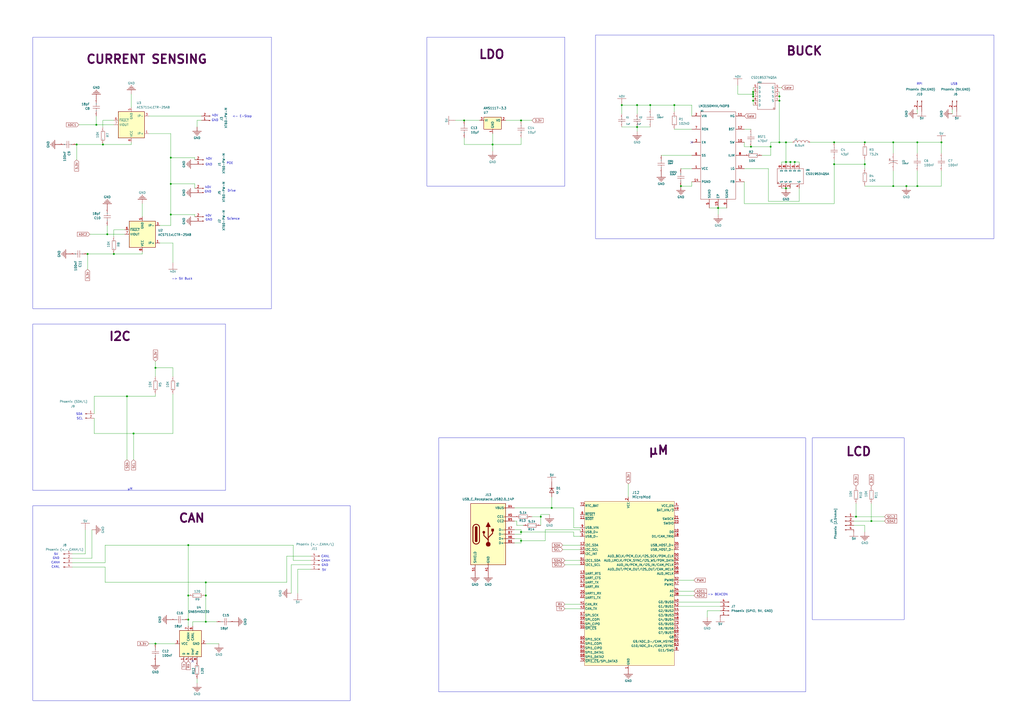
<source format=kicad_sch>
(kicad_sch (version 20231120) (generator "eeschema") (generator_version "8.0")
  (paper "A2")
  (junction (at 313.69 299.72))
  (junction (at 501.65 82.55))
  (junction (at 391.16 60.96))
  (junction (at 452.12 55.88))
  (junction (at 109.22 359.41))
  (junction (at 452.12 82.55))
  (junction (at 416.56 120.65))
  (junction (at 302.26 313.69))
  (junction (at 285.75 83.82))
  (junction (at 501.65 95.25))
  (junction (at 436.88 53.34))
  (junction (at 369.57 73.66))
  (junction (at 436.88 58.42))
  (junction (at 483.87 82.55))
  (junction (at 90.17 373.38))
  (junction (at 455.93 82.55))
  (junction (at 461.01 93.98))
  (junction (at 518.16 107.95))
  (junction (at 518.16 82.55))
  (junction (at 59.69 83.82))
  (junction (at 109.22 345.44))
  (junction (at 360.68 60.96))
  (junction (at 90.17 213.36))
  (junction (at 452.12 58.42))
  (junction (at 302.26 308.61))
  (junction (at 458.47 93.98))
  (junction (at 436.88 54.61))
  (junction (at 320.04 294.64))
  (junction (at 302.26 69.85))
  (junction (at 377.19 60.96))
  (junction (at 44.45 83.82))
  (junction (at 269.24 69.85))
  (junction (at 447.04 85.09))
  (junction (at 505.46 302.26))
  (junction (at 496.57 299.72))
  (junction (at 119.38 345.44))
  (junction (at 66.04 147.32))
  (junction (at 455.93 93.98))
  (junction (at 394.97 107.95))
  (junction (at 73.66 229.87))
  (junction (at 99.06 124.46))
  (junction (at 109.22 316.23))
  (junction (at 99.06 106.68))
  (junction (at 532.13 82.55))
  (junction (at 99.06 91.44))
  (junction (at 483.87 95.25))
  (junction (at 62.23 135.89))
  (junction (at 532.13 107.95))
  (junction (at 50.8 147.32))
  (junction (at 369.57 60.96))
  (junction (at 436.88 55.88))
  (junction (at 546.1 82.55))
  (junction (at 455.93 109.22))
  (junction (at 525.78 107.95))
  (junction (at 77.47 251.46))
  (junction (at 119.38 360.68))
  (junction (at 55.88 72.39))
  (junction (at 119.38 337.82))
  (junction (at 435.61 85.09))
  (no_connect (at 111.76 383.54))
  (no_connect (at 401.32 82.55))
  (wire (pts (xy 55.88 67.31) (xy 55.88 72.39)))
  (wire (pts (xy 113.03 91.44) (xy 99.06 91.44)))
  (wire (pts (xy 111.76 360.68) (xy 111.76 363.22)))
  (wire (pts (xy 60.96 337.82) (xy 60.96 328.93)))
  (wire (pts (xy 92.71 130.81) (xy 99.06 130.81)))
  (wire (pts (xy 302.26 307.34) (xy 302.26 308.61)))
  (wire (pts (xy 532.13 82.55) (xy 532.13 88.9)))
  (wire (pts (xy 298.45 307.34) (xy 302.26 307.34)))
  (wire (pts (xy 518.16 99.06) (xy 518.16 107.95)))
  (wire (pts (xy 427.99 49.53) (xy 427.99 54.61)))
  (wire (pts (xy 54.61 242.57) (xy 54.61 251.46)))
  (wire (pts (xy 436.88 54.61) (xy 427.99 54.61)))
  (wire (pts (xy 332.74 306.07) (xy 336.55 306.07)))
  (wire (pts (xy 316.23 307.34) (xy 336.55 307.34)))
  (wire (pts (xy 505.46 302.26) (xy 513.08 302.26)))
  (wire (pts (xy 455.93 82.55) (xy 455.93 93.98)))
  (wire (pts (xy 76.2 83.82) (xy 76.2 82.55)))
  (wire (pts (xy 285.75 83.82) (xy 302.26 83.82)))
  (wire (pts (xy 113.03 125.73) (xy 113.03 124.46)))
  (wire (pts (xy 302.26 313.69) (xy 302.26 314.96)))
  (wire (pts (xy 90.17 209.55) (xy 90.17 213.36)))
  (wire (pts (xy 99.06 130.81) (xy 99.06 124.46)))
  (wire (pts (xy 518.16 82.55) (xy 532.13 82.55)))
  (wire (pts (xy 436.88 55.88) (xy 436.88 58.42)))
  (wire (pts (xy 332.74 308.61) (xy 332.74 311.15)))
  (wire (pts (xy 92.71 140.97) (xy 100.33 140.97)))
  (wire (pts (xy 82.55 125.73) (xy 82.55 118.11)))
  (wire (pts (xy 66.04 133.35) (xy 72.39 133.35)))
  (wire (pts (xy 532.13 63.5) (xy 532.13 66.04)))
  (wire (pts (xy 496.57 299.72) (xy 495.3 299.72)))
  (wire (pts (xy 326.39 316.23) (xy 336.55 316.23)))
  (wire (pts (xy 483.87 118.11) (xy 431.8 118.11)))
  (wire (pts (xy 452.12 53.34) (xy 452.12 55.88)))
  (wire (pts (xy 119.38 345.44) (xy 119.38 360.68)))
  (wire (pts (xy 41.91 323.85) (xy 53.34 323.85)))
  (wire (pts (xy 308.61 299.72) (xy 313.69 299.72)))
  (wire (pts (xy 109.22 359.41) (xy 109.22 363.22)))
  (wire (pts (xy 285.75 83.82) (xy 285.75 77.47)))
  (wire (pts (xy 113.03 91.44) (xy 113.03 92.71)))
  (wire (pts (xy 369.57 60.96) (xy 377.19 60.96)))
  (wire (pts (xy 391.16 60.96) (xy 391.16 64.77)))
  (wire (pts (xy 501.65 304.8) (xy 501.65 308.61)))
  (wire (pts (xy 113.03 109.22) (xy 113.03 106.68)))
  (wire (pts (xy 518.16 82.55) (xy 518.16 88.9)))
  (wire (pts (xy 82.55 147.32) (xy 82.55 146.05)))
  (wire (pts (xy 518.16 107.95) (xy 501.65 107.95)))
  (wire (pts (xy 41.91 321.31) (xy 49.53 321.31)))
  (wire (pts (xy 302.26 308.61) (xy 332.74 308.61)))
  (wire (pts (xy 532.13 107.95) (xy 546.1 107.95)))
  (wire (pts (xy 119.38 360.68) (xy 111.76 360.68)))
  (wire (pts (xy 463.55 93.98) (xy 461.01 93.98)))
  (wire (pts (xy 452.12 55.88) (xy 452.12 58.42)))
  (wire (pts (xy 455.93 109.22) (xy 458.47 109.22)))
  (wire (pts (xy 483.87 82.55) (xy 469.9 82.55)))
  (wire (pts (xy 180.34 330.2) (xy 172.72 330.2)))
  (wire (pts (xy 168.91 344.17) (xy 168.91 327.66)))
  (wire (pts (xy 50.8 156.21) (xy 50.8 147.32)))
  (wire (pts (xy 53.34 307.34) (xy 53.34 323.85)))
  (wire (pts (xy 60.96 328.93) (xy 41.91 328.93)))
  (wire (pts (xy 496.57 292.1) (xy 496.57 299.72)))
  (wire (pts (xy 402.59 345.44) (xy 393.7 345.44)))
  (wire (pts (xy 302.26 69.85) (xy 308.61 69.85)))
  (wire (pts (xy 495.3 304.8) (xy 501.65 304.8)))
  (wire (pts (xy 518.16 82.55) (xy 501.65 82.55)))
  (wire (pts (xy 54.61 229.87) (xy 73.66 229.87)))
  (wire (pts (xy 316.23 313.69) (xy 316.23 307.34)))
  (wire (pts (xy 394.97 97.8154) (xy 401.32 97.79)))
  (wire (pts (xy 125.73 360.68) (xy 119.38 360.68)))
  (wire (pts (xy 109.22 316.23) (xy 109.22 345.44)))
  (wire (pts (xy 436.88 53.34) (xy 436.88 54.61)))
  (wire (pts (xy 60.96 316.23) (xy 60.96 326.39)))
  (wire (pts (xy 166.37 322.58) (xy 166.37 337.82)))
  (wire (pts (xy 109.22 316.23) (xy 170.18 316.23)))
  (wire (pts (xy 501.65 92.71) (xy 501.65 95.25)))
  (wire (pts (xy 170.18 325.12) (xy 180.34 325.12)))
  (wire (pts (xy 431.8 85.09) (xy 435.61 85.09)))
  (wire (pts (xy 336.55 307.34) (xy 336.55 308.61)))
  (wire (pts (xy 393.7 349.25) (xy 417.83 349.25)))
  (wire (pts (xy 99.06 106.68) (xy 99.06 91.44)))
  (wire (pts (xy 327.66 327.66) (xy 336.55 327.66)))
  (wire (pts (xy 416.56 120.65) (xy 411.48 120.65)))
  (wire (pts (xy 435.61 85.09) (xy 447.04 85.09)))
  (wire (pts (xy 455.93 82.55) (xy 452.12 82.55)))
  (wire (pts (xy 99.06 77.47) (xy 99.06 91.44)))
  (wire (pts (xy 320.04 294.64) (xy 332.74 294.64)))
  (wire (pts (xy 458.47 93.98) (xy 455.93 93.98)))
  (wire (pts (xy 377.19 63.5) (xy 377.19 60.96)))
  (wire (pts (xy 436.88 58.42) (xy 436.88 60.96)))
  (wire (pts (xy 483.87 95.25) (xy 483.87 118.11)))
  (wire (pts (xy 431.8 105.41) (xy 431.8 118.11)))
  (wire (pts (xy 269.24 69.85) (xy 278.13 69.85)))
  (wire (pts (xy 463.55 116.84) (xy 445.77 116.84)))
  (wire (pts (xy 113.03 124.46) (xy 99.06 124.46)))
  (wire (pts (xy 44.45 83.82) (xy 59.69 83.82)))
  (wire (pts (xy 393.7 351.79) (xy 417.83 351.79)))
  (wire (pts (xy 298.45 312.42) (xy 302.26 312.42)))
  (wire (pts (xy 483.87 95.25) (xy 501.65 95.25)))
  (wire (pts (xy 369.57 73.66) (xy 369.57 76.2)))
  (wire (pts (xy 62.23 135.89) (xy 52.07 135.89)))
  (wire (pts (xy 401.32 60.96) (xy 401.32 67.31)))
  (wire (pts (xy 302.26 83.82) (xy 302.26 80.01)))
  (wire (pts (xy 459.74 82.55) (xy 455.93 82.55)))
  (wire (pts (xy 113.03 106.68) (xy 99.06 106.68)))
  (wire (pts (xy 402.59 342.9) (xy 393.7 342.9)))
  (wire (pts (xy 54.61 251.46) (xy 77.47 251.46)))
  (wire (pts (xy 100.33 213.36) (xy 100.33 218.44)))
  (wire (pts (xy 463.55 93.98) (xy 463.55 95.25)))
  (wire (pts (xy 525.78 107.95) (xy 532.13 107.95)))
  (wire (pts (xy 60.96 337.82) (xy 119.38 337.82)))
  (wire (pts (xy 298.45 314.96) (xy 302.26 314.96)))
  (wire (pts (xy 90.17 229.87) (xy 73.66 229.87)))
  (wire (pts (xy 100.33 228.6) (xy 100.33 251.46)))
  (wire (pts (xy 447.04 85.09) (xy 447.04 82.55)))
  (wire (pts (xy 495.3 302.26) (xy 505.46 302.26)))
  (wire (pts (xy 436.88 50.8) (xy 436.88 53.34)))
  (wire (pts (xy 114.3 393.7) (xy 114.3 396.24)))
  (wire (pts (xy 546.1 107.95) (xy 546.1 99.06)))
  (wire (pts (xy 86.36 373.38) (xy 90.17 373.38)))
  (wire (pts (xy 453.39 93.98) (xy 453.39 95.25)))
  (wire (pts (xy 327.66 353.06) (xy 336.55 353.06)))
  (wire (pts (xy 394.97 107.95) (xy 401.32 107.95)))
  (wire (pts (xy 269.24 83.82) (xy 285.75 83.82)))
  (wire (pts (xy 62.23 130.81) (xy 62.23 135.89)))
  (wire (pts (xy 447.04 90.17) (xy 447.04 85.09)))
  (wire (pts (xy 532.13 107.95) (xy 532.13 99.06)))
  (wire (pts (xy 360.68 60.96) (xy 369.57 60.96)))
  (wire (pts (xy 327.66 350.52) (xy 336.55 350.52)))
  (wire (pts (xy 59.69 69.85) (xy 66.04 69.85)))
  (wire (pts (xy 76.2 62.23) (xy 76.2 54.61)))
  (wire (pts (xy 445.77 97.79) (xy 445.77 116.84)))
  (wire (pts (xy 298.45 294.64) (xy 320.04 294.64)))
  (wire (pts (xy 60.96 316.23) (xy 109.22 316.23)))
  (wire (pts (xy 383.5146 90.17) (xy 401.32 90.17)))
  (wire (pts (xy 377.19 60.96) (xy 391.16 60.96)))
  (wire (pts (xy 320.04 288.29) (xy 320.04 294.64)))
  (wire (pts (xy 402.59 336.55) (xy 393.7 336.55)))
  (wire (pts (xy 66.04 72.39) (xy 55.88 72.39)))
  (wire (pts (xy 313.69 304.8) (xy 313.69 299.72)))
  (wire (pts (xy 66.04 147.32) (xy 82.55 147.32)))
  (wire (pts (xy 59.69 83.82) (xy 76.2 83.82)))
  (wire (pts (xy 546.1 82.55) (xy 532.13 82.55)))
  (wire (pts (xy 302.26 313.69) (xy 316.23 313.69)))
  (wire (pts (xy 501.65 95.25) (xy 501.65 97.79)))
  (wire (pts (xy 360.68 60.96) (xy 360.68 66.04)))
  (wire (pts (xy 119.38 337.82) (xy 119.38 345.44)))
  (wire (pts (xy 461.01 93.98) (xy 458.47 93.98)))
  (wire (pts (xy 452.12 58.42) (xy 452.12 82.55)))
  (wire (pts (xy 377.19 73.66) (xy 369.57 73.66)))
  (wire (pts (xy 99.06 124.46) (xy 99.06 106.68)))
  (wire (pts (xy 49.53 307.34) (xy 49.53 321.31)))
  (wire (pts (xy 90.17 213.36) (xy 100.33 213.36)))
  (wire (pts (xy 50.8 147.32) (xy 66.04 147.32)))
  (wire (pts (xy 109.22 345.44) (xy 109.22 359.41)))
  (wire (pts (xy 73.66 229.87) (xy 73.66 266.7)))
  (wire (pts (xy 552.45 63.5) (xy 552.45 66.04)))
  (wire (pts (xy 72.39 135.89) (xy 62.23 135.89)))
  (wire (pts (xy 100.33 251.46) (xy 77.47 251.46)))
  (wire (pts (xy 505.46 292.1) (xy 505.46 302.26)))
  (wire (pts (xy 332.74 294.64) (xy 332.74 306.07)))
  (wire (pts (xy 455.93 93.98) (xy 455.93 95.25)))
  (wire (pts (xy 293.37 69.85) (xy 302.26 69.85)))
  (wire (pts (xy 313.69 299.72) (xy 313.69 298.45)))
  (wire (pts (xy 447.04 82.55) (xy 452.12 82.55)))
  (wire (pts (xy 77.47 251.46) (xy 77.47 266.7)))
  (wire (pts (xy 417.83 354.33) (xy 410.21 354.33)))
  (wire (pts (xy 264.16 69.85) (xy 269.24 69.85)))
  (wire (pts (xy 501.65 82.55) (xy 483.87 82.55)))
  (wire (pts (xy 299.72 304.8) (xy 303.53 304.8)))
  (wire (pts (xy 431.8 85.09) (xy 431.8 82.55)))
  (wire (pts (xy 86.36 67.31) (xy 116.84 67.31)))
  (wire (pts (xy 299.72 302.26) (xy 299.72 304.8)))
  (wire (pts (xy 369.57 66.04) (xy 369.57 60.96)))
  (wire (pts (xy 166.37 322.58) (xy 180.34 322.58)))
  (wire (pts (xy 452.12 50.8) (xy 453.39 50.8)))
  (wire (pts (xy 369.57 73.66) (xy 360.68 73.66)))
  (wire (pts (xy 447.04 90.17) (xy 441.96 90.17)))
  (wire (pts (xy 66.04 137.16) (xy 66.04 133.35)))
  (wire (pts (xy 436.88 54.61) (xy 436.88 55.88)))
  (wire (pts (xy 416.56 120.65) (xy 416.56 124.46)))
  (wire (pts (xy 298.45 309.88) (xy 302.26 309.88)))
  (wire (pts (xy 90.17 213.36) (xy 90.17 218.44)))
  (wire (pts (xy 513.08 299.72) (xy 496.57 299.72)))
  (wire (pts (xy 86.36 77.47) (xy 99.06 77.47)))
  (wire (pts (xy 453.39 109.22) (xy 455.93 109.22)))
  (wire (pts (xy 483.87 92.71) (xy 483.87 95.25)))
  (wire (pts (xy 546.1 82.55) (xy 546.1 88.9)))
  (wire (pts (xy 327.66 325.12) (xy 336.55 325.12)))
  (wire (pts (xy 116.84 69.85) (xy 114.3 69.85)))
  (wire (pts (xy 170.18 316.23) (xy 170.18 325.12)))
  (wire (pts (xy 326.39 318.77) (xy 336.55 318.77)))
  (wire (pts (xy 302.26 308.61) (xy 302.26 309.88)))
  (wire (pts (xy 401.32 74.93) (xy 391.16 74.93)))
  (wire (pts (xy 518.16 107.95) (xy 525.78 107.95)))
  (wire (pts (xy 401.32 60.96) (xy 391.16 60.96)))
  (wire (pts (xy 119.38 337.82) (xy 166.37 337.82)))
  (wire (pts (xy 100.33 140.97) (xy 100.33 152.4)))
  (wire (pts (xy 431.8 74.93) (xy 435.61 74.93)))
  (wire (pts (xy 90.17 373.38) (xy 101.6 373.38)))
  (wire (pts (xy 269.24 80.01) (xy 269.24 83.82)))
  (wire (pts (xy 59.69 73.66) (xy 59.69 69.85)))
  (wire (pts (xy 55.88 72.39) (xy 45.72 72.39)))
  (wire (pts (xy 455.93 93.98) (xy 453.39 93.98)))
  (wire (pts (xy 60.96 326.39) (xy 41.91 326.39)))
  (wire (pts (xy 119.38 373.38) (xy 127 373.38)))
  (wire (pts (xy 410.21 354.33) (xy 410.21 358.14)))
  (wire (pts (xy 416.56 120.65) (xy 421.64 120.65)))
  (wire (pts (xy 458.47 93.98) (xy 458.47 95.25)))
  (wire (pts (xy 445.77 97.79) (xy 431.8 97.79)))
  (wire (pts (xy 313.69 298.45) (xy 318.77 298.45)))
  (wire (pts (xy 364.49 280.67) (xy 364.49 288.29)))
  (wire (pts (xy 401.32 107.95) (xy 401.32 105.41)))
  (wire (pts (xy 463.55 116.84) (xy 463.55 109.22)))
  (wire (pts (xy 298.45 302.26) (xy 299.72 302.26)))
  (wire (pts (xy 332.74 311.15) (xy 336.55 311.15)))
  (wire (pts (xy 461.01 93.98) (xy 461.01 95.25)))
  (wire (pts (xy 285.75 83.82) (xy 285.75 87.63)))
  (wire (pts (xy 54.61 229.87) (xy 54.61 240.03)))
  (wire (pts (xy 302.26 312.42) (xy 302.26 313.69)))
  (wire (pts (xy 44.45 92.71) (xy 44.45 83.82)))
  (wire (pts (xy 180.34 327.66) (xy 168.91 327.66)))
  (wire (pts (xy 114.3 73.66) (xy 114.3 69.85)))
  (wire (pts (xy 172.72 344.17) (xy 172.72 330.2)))
  (wire (pts (xy 90.17 228.6) (xy 90.17 229.87)))
  (rectangle (start 19.05 187.96) (end 130.81 284.48))
  (rectangle (start 345.44 20.32) (end 576.58 138.43))
  (rectangle (start 19.05 293.37) (end 203.2 406.4))
  (rectangle (start 471.17 254) (end 524.51 359.41))
  (rectangle (start 19.05 21.59) (end 157.48 179.07))
  (rectangle (start 247.65 21.59) (end 327.66 107.95))
  (rectangle (start 254.508 254) (end 467.36 401.32))
  (text "GND" (at 120.65 111.252 0) (effects (font (size 1.27 1.27))))
  (text "GND" (at 32.512 323.85 0) (effects (font (size 1.27 1.27))))
  (text "40V" (at 121.158 92.202 0) (effects (font (size 1.27 1.27))))
  (text "I2C" (at 69.596 195.326 0) (effects (font (size 5 5) (bold yes))))
  (text "CANH" (at 188.976 325.374 0) (effects (font (size 1.27 1.27))))
  (text "CURRENT SENSING" (at 85.09 34.544 0) (effects (font (size 5 5) (bold yes))))
  (text "CAN" (at 111.252 300.736 0) (effects (font (size 5 5) (bold yes))))
  (text "5V" (at 187.96 330.708 0) (effects (font (size 1.27 1.27))))
  (text "SCL" (at 46.228 242.824 0) (effects (font (size 1.27 1.27))))
  (text "POE" (at 133.35 94.742 0) (effects (font (size 1.27 1.27))))
  (text "CANL" (at 188.722 322.834 0) (effects (font (size 1.27 1.27))))
  (text "Drive" (at 134.366 110.744 0) (effects (font (size 1.27 1.27))))
  (text "Science" (at 135.382 127 0) (effects (font (size 1.27 1.27))))
  (text "<- E-Stop" (at 140.462 67.564 0) (effects (font (size 1.27 1.27))))
  (text "BUCK" (at 466.598 29.718 0) (effects (font (size 5 5) (bold yes))))
  (text "40V" (at 120.904 125.222 0) (effects (font (size 1.27 1.27))))
  (text " -> 5V Buck" (at 105.156 161.798 0) (effects (font (size 1.27 1.27))))
  (text "SDA" (at 45.974 240.284 0) (effects (font (size 1.27 1.27))))
  (text "GND" (at 121.158 95.504 0) (effects (font (size 1.27 1.27))))
  (text "LDO" (at 285.242 31.75 0) (effects (font (size 5 5) (bold yes))))
  (text "40V" (at 120.65 108.712 0) (effects (font (size 1.27 1.27))))
  (text "-> BEACON" (at 416.306 344.932 0) (effects (font (size 1.27 1.27))))
  (text "GND" (at 188.468 327.914 0) (effects (font (size 1.27 1.27))))
  (text "GND" (at 124.714 69.85 0) (effects (font (size 1.27 1.27))))
  (text "CANL" (at 32.258 328.93 0) (effects (font (size 1.27 1.27))))
  (text "40V" (at 124.714 67.056 0) (effects (font (size 1.27 1.27))))
  (text "LCD" (at 498.094 262.128 0) (effects (font (size 5 5) (bold yes))))
  (text "5V" (at 32.512 321.564 0) (effects (font (size 1.27 1.27))))
  (text "CANH" (at 32.258 326.39 0) (effects (font (size 1.27 1.27))))
  (text "µM" (at 75.438 283.718 0) (effects (font (size 1.27 1.27))))
  (text "USB" (at 553.466 48.768 0) (effects (font (size 1.27 1.27))))
  (text "GND" (at 121.158 127.508 0) (effects (font (size 1.27 1.27))))
  (text "µM" (at 382.016 261.366 0) (effects (font (size 5 5) (bold yes))))
  (text "RPI" (at 533.4 48.768 0) (effects (font (size 1.27 1.27))))
  (global_label "PWM" (shape input) (at 402.59 336.55 0) (property "Intersheetrefs" "${INTERSHEET_REFS}" (effects (hide yes))))
  (global_label "RX" (shape input) (at 327.66 350.52 180) (property "Intersheetrefs" "${INTERSHEET_REFS}" (effects (hide yes))))
  (global_label "3.3V" (shape input) (at 50.8 156.21 270) (property "Intersheetrefs" "${INTERSHEET_REFS}" (effects (hide yes))))
  (global_label "3.3V" (shape input) (at 496.57 281.94 90) (property "Intersheetrefs" "${INTERSHEET_REFS}" (effects (hide yes))))
  (global_label "SDA2" (shape input) (at 327.66 325.12 180) (property "Intersheetrefs" "${INTERSHEET_REFS}" (effects (hide yes))))
  (global_label "ADC2" (shape input) (at 52.07 135.89 180) (property "Intersheetrefs" "${INTERSHEET_REFS}" (effects (hide yes))))
  (global_label "SCL2" (shape input) (at 513.08 299.72 0) (property "Intersheetrefs" "${INTERSHEET_REFS}" (effects (hide yes))))
  (global_label "3.3V" (shape input) (at 86.36 373.38 180) (property "Intersheetrefs" "${INTERSHEET_REFS}" (effects (hide yes))))
  (global_label "SCL" (shape input) (at 77.47 266.7 270) (property "Intersheetrefs" "${INTERSHEET_REFS}" (effects (hide yes))))
  (global_label "Gate" (shape input) (at 431.8 67.31 0) (property "Intersheetrefs" "${INTERSHEET_REFS}" (effects (hide yes))))
  (global_label "3.3V" (shape input) (at 44.45 92.71 270) (property "Intersheetrefs" "${INTERSHEET_REFS}" (effects (hide yes))))
  (global_label "SCL" (shape input) (at 326.39 318.77 180) (property "Intersheetrefs" "${INTERSHEET_REFS}" (effects (hide yes))))
  (global_label "3.3V" (shape input) (at 308.61 69.85 0) (property "Intersheetrefs" "${INTERSHEET_REFS}" (effects (hide yes))))
  (global_label "ADC2" (shape input) (at 402.59 345.44 0) (property "Intersheetrefs" "${INTERSHEET_REFS}" (effects (hide yes))))
  (global_label "ADC1" (shape input) (at 402.59 342.9 0) (property "Intersheetrefs" "${INTERSHEET_REFS}" (effects (hide yes))))
  (global_label "RX" (shape input) (at 109.22 383.54 270) (property "Intersheetrefs" "${INTERSHEET_REFS}" (effects (hide yes))))
  (global_label "SDA2" (shape input) (at 513.08 302.26 0) (property "Intersheetrefs" "${INTERSHEET_REFS}" (effects (hide yes))))
  (global_label "TX" (shape input) (at 327.66 353.06 180) (property "Intersheetrefs" "${INTERSHEET_REFS}" (effects (hide yes))))
  (global_label "ADC1" (shape input) (at 45.72 72.39 180) (property "Intersheetrefs" "${INTERSHEET_REFS}" (effects (hide yes))))
  (global_label "3.3V" (shape input) (at 505.46 281.94 90) (property "Intersheetrefs" "${INTERSHEET_REFS}" (effects (hide yes))))
  (global_label "3.3V" (shape input) (at 364.49 280.67 90) (property "Intersheetrefs" "${INTERSHEET_REFS}" (effects (hide yes))))
  (global_label "TX" (shape input) (at 106.68 383.54 270) (property "Intersheetrefs" "${INTERSHEET_REFS}" (effects (hide yes))))
  (global_label "SCL2" (shape input) (at 327.66 327.66 180) (property "Intersheetrefs" "${INTERSHEET_REFS}" (effects (hide yes))))
  (global_label "SDA" (shape input) (at 73.66 266.7 270) (property "Intersheetrefs" "${INTERSHEET_REFS}" (effects (hide yes))))
  (global_label "Gate" (shape input) (at 453.39 50.8 0) (property "Intersheetrefs" "${INTERSHEET_REFS}" (effects (hide yes))))
  (global_label "3.3V" (shape input) (at 90.17 209.55 90) (property "Intersheetrefs" "${INTERSHEET_REFS}" (effects (hide yes))))
  (global_label "SDA" (shape input) (at 326.39 316.23 180) (property "Intersheetrefs" "${INTERSHEET_REFS}" (effects (hide yes))))
  (symbol (lib_name "Power-VCC_1") (lib_id "finalhand-easyedapro:Power-VCC") (at 320.04 280.67 0) (unit 1) (on_board no)
    (property "Reference" "#PWR040" (effects (hide yes)))
    (property "Value" "5V" (at 320.04 275.59 0))
    (property "Footprint" "finalhand-easyedapro:" (effects (hide yes)))
    (property "Description" "Power symbol creates a global label with name 'VCC'" (effects (hide yes)))
  )
  (symbol (lib_id "finalhand-easyedapro:SRR1208-6R5ML") (at 464.82 82.55 0) (unit 1) (on_board no)
    (property "Reference" "L1" (at 461.01 81.28 0) (effects (font (size 0.8382 0.8382)) (justify left bottom)))
    (property "Value" "6.5uH" (at 461.01 85.09 0) (effects (justify left bottom)))
    (property "Footprint" "finalhand-easyedapro:IND-SMD_L12.7-W12.7" (effects (hide yes)))
  )
  (symbol (lib_id "finalhand-easyedapro:CSD19534Q5A") (at 455.93 102.87 90) (unit 1) (on_board no)
    (property "Reference" "LS1" (at 467.36 99.06 90) (effects (font (size 0.8382 0.8382)) (justify right top)))
    (property "Value" "CSD19534Q5A" (at 467.36 101.6 90) (effects (justify right top)))
    (property "Footprint" "finalhand-easyedapro:POWERVDFN-8_L6.0-W5.0-P1.27-BL" (effects (hide yes)))
  )
  (symbol (lib_id "finalhand-easyedapro:Res") (at 59.69 78.74 270) (unit 1)
    (property "Reference" "R7" (at 61.722 76.962 0) (effects (justify left bottom)))
    (property "Value" "10K" (at 55.88 76.2 0) (effects (justify left bottom)))
    (property "Footprint" "Resistor_SMD:R_0603_1608Metric" (effects (hide yes)))
  )
  (symbol (lib_id "finalhand-easyedapro:CAP") (at 435.61 80.01 90) (unit 1) (on_board no)
    (property "Reference" "BST1" (at 439.42 80.01 90) (effects (justify right top)))
    (property "Value" "470nF" (at 439.42 82.55 90) (effects (justify right top)))
    (property "Footprint" "finalhand-easyedapro:C0402" (effects (hide yes)))
  )
  (symbol (lib_id "Sensor_Current:ACS711xLCTR-25AB") (at 76.2 72.39 180) (unit 1)
    (property "Reference" "U3" (at 79.2165 59.69 0) (effects (justify right)))
    (property "Value" "ACS711xLCTR-25AB" (at 79.2165 62.23 0) (effects (justify right)))
    (property "Footprint" "Package_SO:SOIC-8_3.9x4.9mm_P1.27mm" (effects (hide yes)))
    (property "Datasheet" "http://www.allegromicro.com/~/Media/Files/Datasheets/ACS711-Datasheet.ashx" (effects (hide yes)))
    (property "Description" "±25A, Bidirectional, Hall-Effect Current Sensor, +3.3V supply, 55mV/A, SOIC-8" (effects (hide yes)))
  )
  (symbol (lib_id "finalhand-easyedapro:GRM21BR71A225KA01L") (at 394.97 102.87 90) (unit 1) (on_board no)
    (property "Reference" "CVCC1" (at 388.62 100.33 90) (effects (font (size 0.8382 0.8382)) (justify right top)))
    (property "Value" "2.2uF" (at 388.62 101.6 90) (effects (font (size 0.8382 0.8382)) (justify right top)))
    (property "Footprint" "finalhand-easyedapro:C0805" (effects (hide yes)))
  )
  (symbol (lib_id "finalhand-easyedapro:Res") (at 496.57 287.02 270) (unit 1)
    (property "Reference" "R10" (at 498.602 285.242 0) (effects (justify left bottom)))
    (property "Value" "10K" (at 492.76 284.48 0) (effects (justify left bottom)))
    (property "Footprint" "Resistor_SMD:R_0603_1608Metric" (effects (hide yes)))
  )
  (symbol (lib_id "finalhand-easyedapro:CAP") (at 104.14 359.41 180) (unit 1)
    (property "Reference" "C16" (at 102.362 356.362 0) (effects (justify right top)))
    (property "Value" "18pf" (at 101.092 363.982 0) (effects (justify right top)))
    (property "Footprint" "Capacitor_SMD:C_0603_1608Metric" (effects (hide yes)))
  )
  (symbol (lib_id "finalhand-easyedapro:Ground-GND") (at 410.21 358.14 0) (unit 1)
    (property "Reference" "#PWR020" (effects (hide yes)))
    (property "Value" "GND" (at 410.21 364.49 0))
    (property "Footprint" "finalhand-easyedapro:" (effects (hide yes)))
    (property "Description" "Power symbol creates a global label with name 'GND'" (effects (hide yes)))
  )
  (symbol (lib_id "finalhand-easyedapro:Ground-GND") (at 90.17 383.54 0) (unit 1)
    (property "Reference" "#PWR013" (effects (hide yes)))
    (property "Value" "GND" (at 90.17 389.89 0))
    (property "Footprint" "finalhand-easyedapro:" (effects (hide yes)))
    (property "Description" "Power symbol creates a global label with name 'GND'" (effects (hide yes)))
  )
  (symbol (lib_id "finalhand-easyedapro:CAP") (at 45.72 147.32 0) (unit 1)
    (property "Reference" "C11" (at 45.72 151.13 90) (effects (justify right top)))
    (property "Value" "100nF" (at 43.18 151.13 90) (effects (justify right top)))
    (property "Footprint" "finalhand-easyedapro:C0402" (effects (hide yes)))
  )
  (symbol (lib_id "finalhand-easyedapro:Ground-GND") (at 53.34 307.34 90) (unit 1)
    (property "Reference" "#PWR032" (effects (hide yes)))
    (property "Value" "GND" (at 59.69 307.34 0))
    (property "Footprint" "finalhand-easyedapro:" (effects (hide yes)))
    (property "Description" "Power symbol creates a global label with name 'GND'" (effects (hide yes)))
  )
  (symbol (lib_id "finalhand-easyedapro:Res") (at 90.17 223.52 270) (unit 1)
    (property "Reference" "R5" (at 92.202 221.742 0) (effects (justify left bottom)))
    (property "Value" "10K" (at 86.36 220.98 0) (effects (justify left bottom)))
    (property "Footprint" "Resistor_SMD:R_0603_1608Metric" (effects (hide yes)))
  )
  (symbol (lib_id "finalhand-easyedapro:Ground-GND") (at 34.29 83.82 270) (unit 1)
    (property "Reference" "#PWR014" (effects (hide yes)))
    (property "Value" "GND" (at 27.94 83.82 0))
    (property "Footprint" "finalhand-easyedapro:" (effects (hide yes)))
    (property "Description" "Power symbol creates a global label with name 'GND'" (effects (hide yes)))
  )
  (symbol (lib_name "Power-VCC_1") (lib_id "finalhand-easyedapro:Power-VCC") (at 49.53 307.34 0) (unit 1)
    (property "Reference" "#PWR033" (effects (hide yes)))
    (property "Value" "5V" (at 49.53 302.26 0))
    (property "Footprint" "finalhand-easyedapro:" (effects (hide yes)))
    (property "Description" "Power symbol creates a global label with name 'VCC'" (effects (hide yes)))
  )
  (symbol (lib_id "finalhand-easyedapro:Ground-GND") (at 532.13 66.04 270) (unit 1)
    (property "Reference" "#PWR042" (effects (hide yes)))
    (property "Value" "GND" (at 525.78 66.04 0))
    (property "Footprint" "finalhand-easyedapro:" (effects (hide yes)))
    (property "Description" "Power symbol creates a global label with name 'GND'" (effects (hide yes)))
  )
  (symbol (lib_id "finalhand-easyedapro:Ground-GND") (at 113.03 128.27 270) (unit 1)
    (property "Reference" "#PWR038" (effects (hide yes)))
    (property "Value" "GND" (at 106.68 128.27 0))
    (property "Footprint" "finalhand-easyedapro:" (effects (hide yes)))
    (property "Description" "Power symbol creates a global label with name 'GND'" (effects (hide yes)))
  )
  (symbol (lib_id "Regulator_Linear:AMS1117-3.3") (at 285.75 69.85 0) (unit 1)
    (property "Reference" "U7" (at 280.416 65.278 0) (effects (justify left)))
    (property "Value" "AMS1117-3.3" (at 280.416 62.738 0) (effects (justify left)))
    (property "Footprint" "Package_TO_SOT_SMD:SOT-223-3_TabPin2" (effects (hide yes)))
    (property "Datasheet" "http://www.advanced-monolithic.com/pdf/ds1117.pdf" (effects (hide yes)))
    (property "Description" "1A Low Dropout regulator, positive, 3.3V fixed output, SOT-223" (effects (hide yes)))
  )
  (symbol (lib_id "finalhand-easyedapro:Res") (at 501.65 87.63 90) (unit 1) (on_board no)
    (property "Reference" "R3" (at 504.19 87.63 90) (effects (justify right top)))
    (property "Value" "73.2k" (at 504.19 90.17 90) (effects (justify right top)))
    (property "Footprint" "finalhand-easyedapro:R0402" (effects (hide yes)))
  )
  (symbol (lib_id "finalhand-easyedapro:Res") (at 100.33 223.52 270) (unit 1)
    (property "Reference" "R6" (at 102.362 221.742 0) (effects (justify left bottom)))
    (property "Value" "10K" (at 96.52 220.98 0) (effects (justify left bottom)))
    (property "Footprint" "Resistor_SMD:R_0603_1608Metric" (effects (hide yes)))
  )
  (symbol (lib_id "finalhand-easyedapro:GRM188R72A104KA35D") (at 377.19 68.58 90) (unit 1) (on_board no)
    (property "Reference" "C3" (at 381 67.31 90) (effects (font (size 0.8382 0.8382)) (justify right top)))
    (property "Value" "100nF" (at 381 68.58 90) (effects (font (size 0.8382 0.8382)) (justify right top)))
    (property "Footprint" "finalhand-easyedapro:C0603" (effects (hide yes)))
  )
  (symbol (lib_id "finalhand-easyedapro:CAP") (at 302.26 74.93 90) (unit 1)
    (property "Reference" "C14" (at 306.07 74.93 90) (effects (justify right top)))
    (property "Value" "10µF" (at 306.07 77.47 90) (effects (justify right top)))
    (property "Footprint" "Capacitor_SMD:C_0603_1608Metric" (effects (hide yes)))
  )
  (symbol (lib_id "Sensor_Current:ACS711xLCTR-25AB") (at 82.55 135.89 180) (unit 1)
    (property "Reference" "U2" (at 91.694 133.604 0) (effects (justify right)))
    (property "Value" "ACS711xLCTR-25AB" (at 91.694 136.144 0) (effects (justify right)))
    (property "Footprint" "Package_SO:SOIC-8_3.9x4.9mm_P1.27mm" (effects (hide yes)))
    (property "Datasheet" "http://www.allegromicro.com/~/Media/Files/Datasheets/ACS711-Datasheet.ashx" (effects (hide yes)))
    (property "Description" "±25A, Bidirectional, Hall-Effect Current Sensor, +3.3V supply, 55mV/A, SOIC-8" (effects (hide yes)))
  )
  (symbol (lib_id "Connector:Conn_01x02_Pin") (at 121.92 69.85 180) (unit 1)
    (property "Reference" "J3" (at 128.524 70.104 90) (effects (justify right)))
    (property "Value" "XT60-PW-M" (at 131.064 74.422 90) (effects (justify right)))
    (property "Footprint" "Connector_AMASS:AMASS_XT60PW-M_1x02_P7.20mm_Horizontal" (effects (hide yes)))
    (property "Description" "Generic connector, single row, 01x02, script generated" (effects (hide yes)))
  )
  (symbol (lib_id "finalhand-easyedapro:Res") (at 308.61 304.8 180) (unit 1)
    (property "Reference" "R14" (at 310.134 306.324 0) (effects (justify left bottom)))
    (property "Value" "5.1k" (at 310.642 301.752 0) (effects (justify left bottom)))
    (property "Footprint" "Resistor_SMD:R_0603_1608Metric" (effects (hide yes)))
  )
  (symbol (lib_id "finalhand-easyedapro:Res") (at 114.3 345.44 180) (unit 1)
    (property "Reference" "R9" (at 115.824 346.964 0) (effects (justify left bottom)))
    (property "Value" "120" (at 116.332 342.392 0) (effects (justify left bottom)))
    (property "Footprint" "Resistor_SMD:R_0603_1608Metric" (effects (hide yes)))
  )
  (symbol (lib_id "finalhand-easyedapro:Power-VCC") (at 360.68 60.96 0) (unit 1) (on_board no)
    (property "Reference" "#PWR01" (effects (hide yes)))
    (property "Value" "40V" (at 360.68 55.88 0))
    (property "Footprint" "finalhand-easyedapro:" (effects (hide yes)))
    (property "Description" "Power symbol creates a global label with name 'VCC'" (effects (hide yes)))
  )
  (symbol (lib_id "finalhand-easyedapro:Ground-GND") (at 114.3 396.24 0) (unit 1)
    (property "Reference" "#PWR026" (effects (hide yes)))
    (property "Value" "GND" (at 114.3 402.59 0))
    (property "Footprint" "finalhand-easyedapro:" (effects (hide yes)))
    (property "Description" "Power symbol creates a global label with name 'GND'" (effects (hide yes)))
  )
  (symbol (lib_id "Connector:Conn_01x02_Pin") (at 49.53 240.03 0) (unit 1)
    (property "Reference" "J9" (at 43.434 235.712 0) (effects (justify right)))
    (property "Value" "Phoenix (SDA/L)" (at 50.8 232.918 0) (effects (justify right)))
    (property "Footprint" "Connector_Phoenix_MC:PhoenixContact_MC_1,5_2-G-3.5_1x02_P3.50mm_Horizontal" (effects (hide yes)))
    (property "Description" "Generic connector, single row, 01x02, script generated" (effects (hide yes)))
  )
  (symbol (lib_id "finalhand-easyedapro:Res") (at 505.46 287.02 270) (unit 1)
    (property "Reference" "R11" (at 507.492 285.242 0) (effects (justify left bottom)))
    (property "Value" "10K" (at 501.65 284.48 0) (effects (justify left bottom)))
    (property "Footprint" "Resistor_SMD:R_0603_1608Metric" (effects (hide yes)))
  )
  (symbol (lib_id "Connector:Conn_01x04_Pin") (at 185.42 327.66 180) (unit 1)
    (property "Reference" "J11" (at 182.372 318.262 0))
    (property "Value" "Phoenix (+,-,CANH/L)" (at 182.753 315.722 0))
    (property "Footprint" "Connector_Phoenix_MC:PhoenixContact_MC_1,5_4-G-3.5_1x04_P3.50mm_Horizontal" (effects (hide yes)))
    (property "Description" "Generic connector, single row, 01x04, script generated" (effects (hide yes)))
  )
  (symbol (lib_name "Power-VCC_1") (lib_id "finalhand-easyedapro:Power-VCC") (at 534.67 63.5 180) (unit 1)
    (property "Reference" "#PWR041" (effects (hide yes)))
    (property "Value" "5V" (at 534.67 68.58 0))
    (property "Footprint" "finalhand-easyedapro:" (effects (hide yes)))
    (property "Description" "Power symbol creates a global label with name 'VCC'" (effects (hide yes)))
  )
  (symbol (lib_id "finalhand-easyedapro:CAP") (at 483.87 87.63 90) (unit 1) (on_board no)
    (property "Reference" "C4" (at 487.68 87.63 90) (effects (justify right top)))
    (property "Value" "43pF" (at 487.68 90.17 90) (effects (justify right top)))
    (property "Footprint" "finalhand-easyedapro:C0402" (effects (hide yes)))
  )
  (symbol (lib_id "Connector:USB_C_Receptacle_USB2.0_14P") (at 283.21 309.88 0) (unit 1)
    (property "Reference" "J13" (at 283.21 287.02 0))
    (property "Value" "USB_C_Receptacle_USB2.0_14P" (at 283.21 289.56 0))
    (property "Footprint" "Connector_USB:USB_C_Receptacle_HRO_TYPE-C-31-M-12" (effects (hide yes)))
    (property "Datasheet" "https://www.usb.org/sites/default/files/documents/usb_type-c.zip" (effects (hide yes)))
    (property "Description" "USB 2.0-only 14P Type-C Receptacle connector" (effects (hide yes)))
  )
  (symbol (lib_name "Power-VCC_1") (lib_id "finalhand-easyedapro:Power-VCC") (at 264.16 69.85 90) (unit 1)
    (property "Reference" "#PWR027" (effects (hide yes)))
    (property "Value" "5V" (at 259.08 69.85 0))
    (property "Footprint" "finalhand-easyedapro:" (effects (hide yes)))
    (property "Description" "Power symbol creates a global label with name 'VCC'" (effects (hide yes)))
  )
  (symbol (lib_id "finalhand-easyedapro:CSD18537NQ5A") (at 444.5 55.88 180) (unit 1) (on_board no)
    (property "Reference" "HS1" (at 439.42 48.26 0) (effects (font (size 0.8382 0.8382)) (justify right top)))
    (property "Value" "CSD18537NQ5A" (at 435.61 45.72 0) (effects (justify right top)))
    (property "Footprint" "finalhand-easyedapro:DFN-8_L5.9-W5.2-P1.27-LS6.2-BL" (effects (hide yes)))
  )
  (symbol (lib_id "finalhand-easyedapro:Ground-GND") (at 40.64 147.32 270) (unit 1)
    (property "Reference" "#PWR028" (effects (hide yes)))
    (property "Value" "GND" (at 34.29 147.32 0))
    (property "Footprint" "finalhand-easyedapro:" (effects (hide yes)))
    (property "Description" "Power symbol creates a global label with name 'GND'" (effects (hide yes)))
  )
  (symbol (lib_id "finalhand-easyedapro:Ground-GND") (at 113.03 95.25 270) (unit 1)
    (property "Reference" "#PWR029" (effects (hide yes)))
    (property "Value" "GND" (at 106.68 95.25 0))
    (property "Footprint" "finalhand-easyedapro:" (effects (hide yes)))
    (property "Description" "Power symbol creates a global label with name 'GND'" (effects (hide yes)))
  )
  (symbol (lib_id "finalhand-easyedapro:Ground-GND") (at 416.56 124.46 0) (unit 1) (on_board no)
    (property "Reference" "#PWR05" (effects (hide yes)))
    (property "Value" "GND" (at 416.56 130.81 0))
    (property "Footprint" "finalhand-easyedapro:" (effects (hide yes)))
    (property "Description" "Power symbol creates a global label with name 'GND'" (effects (hide yes)))
  )
  (symbol (lib_id "finalhand-easyedapro:GRM31CR72A105KA01L") (at 369.57 69.85 90) (unit 1) (on_board no)
    (property "Reference" "C2" (at 370.84 68.58 90) (effects (font (size 0.8382 0.8382)) (justify right top)))
    (property "Value" "1uF" (at 369.57 72.39 90) (effects (font (size 0.8382 0.8382)) (justify right top)))
    (property "Footprint" "finalhand-easyedapro:C1206" (effects (hide yes)))
  )
  (symbol (lib_id "finalhand-easyedapro:Res") (at 436.88 90.17 0) (unit 1) (on_board no)
    (property "Reference" "R2" (at 434.34 88.9 0) (effects (justify left bottom)))
    (property "Value" "10K" (at 434.34 93.98 0) (effects (justify left bottom)))
    (property "Footprint" "finalhand-easyedapro:R0402" (effects (hide yes)))
  )
  (symbol (lib_id "finalhand-easyedapro:CAP") (at 546.1 93.98 90) (unit 1) (on_board no)
    (property "Reference" "C7" (at 549.91 93.98 90) (effects (justify right top)))
    (property "Value" "100nF" (at 549.91 96.52 90) (effects (justify right top)))
    (property "Footprint" "finalhand-easyedapro:C0402" (effects (hide yes)))
  )
  (symbol (lib_id "finalhand-easyedapro:CAP") (at 130.81 360.68 180) (unit 1)
    (property "Reference" "C15" (at 129.032 357.632 0) (effects (justify right top)))
    (property "Value" "18pf" (at 127.762 365.252 0) (effects (justify right top)))
    (property "Footprint" "Capacitor_SMD:C_0603_1608Metric" (effects (hide yes)))
  )
  (symbol (lib_id "Connector:Conn_01x02_Pin") (at 534.67 58.42 270) (unit 1)
    (property "Reference" "J10" (at 535.178 54.61 90) (effects (justify right)))
    (property "Value" "Phoenix (5V,GND)" (at 542.544 51.816 90) (effects (justify right)))
    (property "Footprint" "Connector_Phoenix_MC:PhoenixContact_MC_1,5_2-G-3.5_1x02_P3.50mm_Horizontal" (effects (hide yes)))
    (property "Description" "Generic connector, single row, 01x02, script generated" (effects (hide yes)))
  )
  (symbol (lib_id "finalhand-easyedapro:LM3150MHX") (at 416.56 82.55 0) (unit 1) (on_board no)
    (property "Reference" "U1" (at 406.4 64.77 0) (effects (font (size 0.8382 0.8382)) (justify left bottom)))
    (property "Value" "LM3150MHX/NOPB" (at 405.13 62.23 0) (effects (justify left bottom)))
    (property "Footprint" "finalhand-easyedapro:HTSSOP-14_L5.0-W4.4-P0.65-LS6.4-BL-EP" (effects (hide yes)))
  )
  (symbol (lib_id "finalhand-easyedapro:Res") (at 303.53 299.72 180) (unit 1)
    (property "Reference" "R13" (at 305.054 301.244 0) (effects (justify left bottom)))
    (property "Value" "5.1k" (at 305.562 296.672 0) (effects (justify left bottom)))
    (property "Footprint" "Resistor_SMD:R_0603_1608Metric" (effects (hide yes)))
  )
  (symbol (lib_id "finalhand-easyedapro:Ground-GND") (at 285.75 87.63 0) (unit 1)
    (property "Reference" "#PWR015" (effects (hide yes)))
    (property "Value" "GND" (at 285.75 93.98 0))
    (property "Footprint" "finalhand-easyedapro:" (effects (hide yes)))
    (property "Description" "Power symbol creates a global label with name 'GND'" (effects (hide yes)))
  )
  (symbol (lib_id "finalhand-easyedapro:CAP") (at 269.24 74.93 90) (unit 1)
    (property "Reference" "C13" (at 273.05 74.93 90) (effects (justify right top)))
    (property "Value" "10µF" (at 273.05 77.47 90) (effects (justify right top)))
    (property "Footprint" "Capacitor_SMD:C_0603_1608Metric" (effects (hide yes)))
  )
  (symbol (lib_id "finalhand-easyedapro:Ground-GND") (at 76.2 54.61 180) (unit 1)
    (property "Reference" "#PWR016" (effects (hide yes)))
    (property "Value" "GND" (at 76.2 48.26 0))
    (property "Footprint" "finalhand-easyedapro:" (effects (hide yes)))
    (property "Description" "Power symbol creates a global label with name 'GND'" (effects (hide yes)))
  )
  (symbol (lib_id "finalhand-easyedapro:Ground-GND") (at 383.54 100.33 0) (unit 1) (on_board no)
    (property "Reference" "#PWR03" (effects (hide yes)))
    (property "Value" "GND" (at 383.54 106.68 0))
    (property "Footprint" "finalhand-easyedapro:" (effects (hide yes)))
    (property "Description" "Power symbol creates a global label with name 'GND'" (effects (hide yes)))
  )
  (symbol (lib_id "Connector:Conn_01x02_Pin") (at 118.11 95.25 180) (unit 1)
    (property "Reference" "J1" (at 127.254 96.52 90) (effects (justify right)))
    (property "Value" "XT60-PW-M" (at 129.794 100.838 90) (effects (justify right)))
    (property "Footprint" "Connector_AMASS:AMASS_XT60PW-M_1x02_P7.20mm_Horizontal" (effects (hide yes)))
    (property "Description" "Generic connector, single row, 01x02, script generated" (effects (hide yes)))
  )
  (symbol (lib_name "Power-VCC_1") (lib_id "finalhand-easyedapro:Power-VCC") (at 554.99 63.5 180) (unit 1)
    (property "Reference" "#PWR044" (effects (hide yes)))
    (property "Value" "5V" (at 554.99 68.58 0))
    (property "Footprint" "finalhand-easyedapro:" (effects (hide yes)))
    (property "Description" "Power symbol creates a global label with name 'VCC'" (effects (hide yes)))
  )
  (symbol (lib_id "Connector:Conn_01x04_Pin") (at 36.83 323.85 0) (unit 1)
    (property "Reference" "J8" (at 37.465 316.23 0))
    (property "Value" "Phoenix (+,-,CANH/L)" (at 37.465 318.77 0))
    (property "Footprint" "Connector_Phoenix_MC:PhoenixContact_MC_1,5_4-G-3.5_1x04_P3.50mm_Horizontal" (effects (hide yes)))
    (property "Description" "Generic connector, single row, 01x04, script generated" (effects (hide yes)))
  )
  (symbol (lib_id "finalhand-easyedapro:Ground-GND") (at 275.59 332.74 0) (unit 1)
    (property "Reference" "#PWR035" (effects (hide yes)))
    (property "Value" "GND" (at 275.59 339.09 0))
    (property "Footprint" "finalhand-easyedapro:" (effects (hide yes)))
    (property "Description" "Power symbol creates a global label with name 'GND'" (effects (hide yes)))
  )
  (symbol (lib_id "Connector:Conn_01x04_Pin") (at 490.22 302.26 0) (unit 1)
    (property "Reference" "J4" (at 482.346 302.26 90))
    (property "Value" "Phoenix [2.54mm]" (at 484.632 303.784 90))
    (property "Footprint" "TerminalBlock_Phoenix:TerminalBlock_Phoenix_MPT-0,5-4-2.54_1x04_P2.54mm_Horizontal" (effects (hide yes)))
    (property "Description" "Generic connector, single row, 01x04, script generated" (effects (hide yes)))
  )
  (symbol (lib_id "finalhand-easyedapro:Power-VCC") (at 100.33 152.4 180) (unit 1)
    (property "Reference" "#PWR011" (effects (hide yes)))
    (property "Value" "40V" (at 100.33 157.48 0))
    (property "Footprint" "finalhand-easyedapro:" (effects (hide yes)))
    (property "Description" "Power symbol creates a global label with name 'VCC'" (effects (hide yes)))
  )
  (symbol (lib_id "Connector:Conn_01x04_Pin") (at 422.91 354.33 180) (unit 1)
    (property "Reference" "J7" (at 424.18 351.7899 0) (effects (justify right)))
    (property "Value" "Phoenix (GPIO, 5V, GND)" (at 424.18 354.3299 0) (effects (justify right)))
    (property "Footprint" "Connector_Phoenix_MC:PhoenixContact_MC_1,5_4-G-3.5_1x04_P3.50mm_Horizontal" (effects (hide yes)))
    (property "Description" "Generic connector, single row, 01x04, script generated" (effects (hide yes)))
  )
  (symbol (lib_id "Connector:Conn_01x02_Pin") (at 118.11 128.27 180) (unit 1)
    (property "Reference" "J2" (at 127.254 129.54 90) (effects (justify right)))
    (property "Value" "XT60-PW-M" (at 129.794 133.858 90) (effects (justify right)))
    (property "Footprint" "Connector_AMASS:AMASS_XT60PW-M_1x02_P7.20mm_Horizontal" (effects (hide yes)))
    (property "Description" "Generic connector, single row, 01x02, script generated" (effects (hide yes)))
  )
  (symbol (lib_id "finalhand-easyedapro:Ground-GND") (at 364.49 388.62 0) (unit 1)
    (property "Reference" "#PWR021" (effects (hide yes)))
    (property "Value" "GND" (at 364.49 394.97 0))
    (property "Footprint" "finalhand-easyedapro:" (effects (hide yes)))
    (property "Description" "Power symbol creates a global label with name 'GND'" (effects (hide yes)))
  )
  (symbol (lib_id "finalhand-easyedapro:Ground-GND") (at 168.91 344.17 270) (unit 1)
    (property "Reference" "#PWR037" (effects (hide yes)))
    (property "Value" "GND" (at 162.56 344.17 0))
    (property "Footprint" "finalhand-easyedapro:" (effects (hide yes)))
    (property "Description" "Power symbol creates a global label with name 'GND'" (effects (hide yes)))
  )
  (symbol (lib_id "finalhand-easyedapro:Ground-GND") (at 62.23 120.65 180) (unit 1)
    (property "Reference" "#PWR025" (effects (hide yes)))
    (property "Value" "GND" (at 62.23 114.3 0))
    (property "Footprint" "finalhand-easyedapro:" (effects (hide yes)))
    (property "Description" "Power symbol creates a global label with name 'GND'" (effects (hide yes)))
  )
  (symbol (lib_name "Power-VCC_1") (lib_id "finalhand-easyedapro:Power-VCC") (at 495.3 307.34 180) (unit 1)
    (property "Reference" "#PWR022" (effects (hide yes)))
    (property "Value" "5V" (at 495.3 312.42 0))
    (property "Footprint" "finalhand-easyedapro:" (effects (hide yes)))
    (property "Description" "Power symbol creates a global label with name 'VCC'" (effects (hide yes)))
  )
  (symbol (lib_id "finalhand-easyedapro:GRM2195C1H153JA01D") (at 383.5146 95.25 90) (unit 1) (on_board no)
    (property "Reference" "CSS1" (at 387.3246 93.98 90) (effects (font (size 0.8382 0.8382)) (justify right top)))
    (property "Value" "15nF" (at 387.3246 95.25 90) (effects (font (size 0.8382 0.8382)) (justify right top)))
    (property "Footprint" "finalhand-easyedapro:C0805" (effects (hide yes)))
  )
  (symbol (lib_id "finalhand-easyedapro:CAP") (at 55.88 62.23 270) (unit 1)
    (property "Reference" "C8" (at 52.07 62.23 90) (effects (justify right top)))
    (property "Value" "18pF" (at 52.07 59.69 90) (effects (justify right top)))
    (property "Footprint" "Capacitor_SMD:C_0603_1608Metric" (effects (hide yes)))
  )
  (symbol (lib_id "finalhand-easyedapro:Power-VCC") (at 427.99 49.53 0) (unit 1) (on_board no)
    (property "Reference" "#PWR06" (effects (hide yes)))
    (property "Value" "40V" (at 427.99 44.45 0))
    (property "Footprint" "finalhand-easyedapro:" (effects (hide yes)))
    (property "Description" "Power symbol creates a global label with name 'VCC'" (effects (hide yes)))
  )
  (symbol (lib_id "finalhand-easyedapro:Ground-GND") (at 501.65 308.61 0) (unit 1)
    (property "Reference" "#PWR018" (effects (hide yes)))
    (property "Value" "GND" (at 501.65 314.96 0))
    (property "Footprint" "finalhand-easyedapro:" (effects (hide yes)))
    (property "Description" "Power symbol creates a global label with name 'GND'" (effects (hide yes)))
  )
  (symbol (lib_id "finalhand-easyedapro:CAP") (at 532.13 93.98 90) (unit 1) (on_board no)
    (property "Reference" "C6" (at 535.94 93.98 90) (effects (justify right top)))
    (property "Value" "100nF" (at 535.94 96.52 90) (effects (justify right top)))
    (property "Footprint" "finalhand-easyedapro:C0402" (effects (hide yes)))
  )
  (symbol (lib_id "Connector:Conn_01x02_Pin") (at 554.99 58.42 270) (unit 1)
    (property "Reference" "J6" (at 555.498 54.61 90) (effects (justify right)))
    (property "Value" "Phoenix (5V,GND)" (at 562.864 51.816 90) (effects (justify right)))
    (property "Footprint" "Connector_Phoenix_MC:PhoenixContact_MC_1,5_2-G-3.5_1x02_P3.50mm_Horizontal" (effects (hide yes)))
    (property "Description" "Generic connector, single row, 01x02, script generated" (effects (hide yes)))
  )
  (symbol (lib_id "finalhand-easyedapro:Ground-GND") (at 127 373.38 0) (unit 1)
    (property "Reference" "#PWR019" (effects (hide yes)))
    (property "Value" "GND" (at 127 379.73 0))
    (property "Footprint" "finalhand-easyedapro:" (effects (hide yes)))
    (property "Description" "Power symbol creates a global label with name 'GND'" (effects (hide yes)))
  )
  (symbol (lib_id "Device:D") (at 320.04 284.48 270) (unit 1)
    (property "Reference" "D1" (at 322.58 283.2099 90) (effects (justify left)))
    (property "Value" "D" (at 322.58 285.7499 90) (effects (justify left)))
    (property "Footprint" "Diode_SMD:Vishay_SMPA" (effects (hide yes)))
    (property "Description" "Diode" (effects (hide yes)))
    (property "Sim.Device" "D" (effects (hide yes)))
    (property "Sim.Pins" "1=K 2=A" (effects (hide yes)))
  )
  (symbol (lib_id "finalhand-easyedapro:Ground-GND") (at 552.45 66.04 270) (unit 1)
    (property "Reference" "#PWR043" (effects (hide yes)))
    (property "Value" "GND" (at 546.1 66.04 0))
    (property "Footprint" "finalhand-easyedapro:" (effects (hide yes)))
    (property "Description" "Power symbol creates a global label with name 'GND'" (effects (hide yes)))
  )
  (symbol (lib_id "finalhand-easyedapro:Ground-GND") (at 99.06 359.41 270) (unit 1)
    (property "Reference" "#PWR023" (effects (hide yes)))
    (property "Value" "GND" (at 92.71 359.41 0))
    (property "Footprint" "finalhand-easyedapro:" (effects (hide yes)))
    (property "Description" "Power symbol creates a global label with name 'GND'" (effects (hide yes)))
  )
  (symbol (lib_id "finalhand-easyedapro:GRM31CR72A105KA01L") (at 360.68 69.85 90) (unit 1) (on_board no)
    (property "Reference" "C1" (at 363.22 68.58 90) (effects (font (size 0.8382 0.8382)) (justify right top)))
    (property "Value" "1uF" (at 363.22 72.39 90) (effects (font (size 0.8382 0.8382)) (justify right top)))
    (property "Footprint" "finalhand-easyedapro:C1206" (effects (hide yes)))
  )
  (symbol (lib_id "finalhand-easyedapro:Ground-GND") (at 55.88 57.15 180) (unit 1)
    (property "Reference" "#PWR012" (effects (hide yes)))
    (property "Value" "GND" (at 55.88 50.8 0))
    (property "Footprint" "finalhand-easyedapro:" (effects (hide yes)))
    (property "Description" "Power symbol creates a global label with name 'GND'" (effects (hide yes)))
  )
  (symbol (lib_id "SJSU_common:MicroMod") (at 347.98 293.37 0) (unit 1)
    (property "Reference" "J12" (at 366.6841 285.75 0) (effects (font (size 1.524 1.524)) (justify left)))
    (property "Value" "MicroMod" (at 366.6841 288.29 0) (effects (font (size 1.524 1.524)) (justify left)))
    (property "Footprint" "SJSU_common:micromod" (effects (hide yes)))
    (property "Datasheet" "https://cdn.sparkfun.com/assets/learn_tutorials/1/2/0/6/SparkFun_MicroMod_Interface_v1.0_-_Pin_Descriptions.pdf" (effects (hide yes)))
    (property "Description" "A microprocessor board mount" (effects (hide yes)))
  )
  (symbol (lib_id "finalhand-easyedapro:Ground-GND") (at 394.97 107.95 0) (unit 1) (on_board no)
    (property "Reference" "#PWR04" (effects (hide yes)))
    (property "Value" "GND" (at 394.97 114.3 0))
    (property "Footprint" "finalhand-easyedapro:" (effects (hide yes)))
    (property "Description" "Power symbol creates a global label with name 'GND'" (effects (hide yes)))
  )
  (symbol (lib_id "finalhand-easyedapro:CAP") (at 90.17 378.46 90) (unit 1)
    (property "Reference" "C12" (at 93.98 378.46 90) (effects (justify right top)))
    (property "Value" "100nF" (at 93.98 381 90) (effects (justify right top)))
    (property "Footprint" "finalhand-easyedapro:C0402" (effects (hide yes)))
  )
  (symbol (lib_name "Power-VCC_1") (lib_id "finalhand-easyedapro:Power-VCC") (at 172.72 344.17 180) (unit 1)
    (property "Reference" "#PWR036" (effects (hide yes)))
    (property "Value" "5V" (at 172.72 349.25 0))
    (property "Footprint" "finalhand-easyedapro:" (effects (hide yes)))
    (property "Description" "Power symbol creates a global label with name 'VCC'" (effects (hide yes)))
  )
  (symbol (lib_id "finalhand-easyedapro:Ground-GND") (at 318.77 298.45 0) (unit 1)
    (property "Reference" "#PWR039" (effects (hide yes)))
    (property "Value" "GND" (at 318.77 304.8 0))
    (property "Footprint" "finalhand-easyedapro:" (effects (hide yes)))
    (property "Description" "Power symbol creates a global label with name 'GND'" (effects (hide yes)))
  )
  (symbol (lib_id "finalhand-easyedapro:Ground-GND") (at 82.55 118.11 180) (unit 1)
    (property "Reference" "#PWR024" (effects (hide yes)))
    (property "Value" "GND" (at 82.55 111.76 0))
    (property "Footprint" "finalhand-easyedapro:" (effects (hide yes)))
    (property "Description" "Power symbol creates a global label with name 'GND'" (effects (hide yes)))
  )
  (symbol (lib_id "finalhand-easyedapro:EEFCX0J101R") (at 518.16 93.98 270) (unit 1) (on_board no)
    (property "Reference" "C5" (at 523.24 93.98 90) (effects (font (size 0.8382 0.8382)) (justify left bottom)))
    (property "Value" "100uF" (at 523.24 95.25 90) (effects (font (size 0.8382 0.8382)) (justify left bottom)))
    (property "Footprint" "finalhand-easyedapro:CAP-SMD_L7.3-W4.3-R-RD" (effects (hide yes)))
  )
  (symbol (lib_name "Power-VCC_1") (lib_id "finalhand-easyedapro:Power-VCC") (at 417.83 356.87 180) (unit 1)
    (property "Reference" "#PWR031" (effects (hide yes)))
    (property "Value" "5V" (at 417.83 361.95 0))
    (property "Footprint" "finalhand-easyedapro:" (effects (hide yes)))
    (property "Description" "Power symbol creates a global label with name 'VCC'" (effects (hide yes)))
  )
  (symbol (lib_id "Connector:Conn_01x02_Pin") (at 118.11 111.76 180) (unit 1)
    (property "Reference" "J5" (at 127.254 113.03 90) (effects (justify right)))
    (property "Value" "XT60-PW-M" (at 129.794 117.348 90) (effects (justify right)))
    (property "Footprint" "Connector_AMASS:AMASS_XT60PW-M_1x02_P7.20mm_Horizontal" (effects (hide yes)))
    (property "Description" "Generic connector, single row, 01x02, script generated" (effects (hide yes)))
  )
  (symbol (lib_id "finalhand-easyedapro:Ground-GND") (at 525.78 107.95 0) (unit 1) (on_board no)
    (property "Reference" "#PWR08" (effects (hide yes)))
    (property "Value" "GND" (at 525.78 114.3 0))
    (property "Footprint" "finalhand-easyedapro:" (effects (hide yes)))
    (property "Description" "Power symbol creates a global label with name 'GND'" (effects (hide yes)))
  )
  (symbol (lib_id "finalhand-easyedapro:Ground-GND") (at 455.93 109.22 0) (unit 1) (on_board no)
    (property "Reference" "#PWR07" (effects (hide yes)))
    (property "Value" "GND" (at 455.93 115.57 0))
    (property "Footprint" "finalhand-easyedapro:" (effects (hide yes)))
    (property "Description" "Power symbol creates a global label with name 'GND'" (effects (hide yes)))
  )
  (symbol (lib_id "finalhand-easyedapro:Ground-GND") (at 369.57 76.2 0) (unit 1) (on_board no)
    (property "Reference" "#PWR02" (effects (hide yes)))
    (property "Value" "GND" (at 369.57 82.55 0))
    (property "Footprint" "finalhand-easyedapro:" (effects (hide yes)))
    (property "Description" "Power symbol creates a global label with name 'GND'" (effects (hide yes)))
  )
  (symbol (lib_id "finalhand-easyedapro:Ground-GND") (at 135.89 360.68 90) (unit 1)
    (property "Reference" "#PWR017" (effects (hide yes)))
    (property "Value" "GND" (at 142.24 360.68 0))
    (property "Footprint" "finalhand-easyedapro:" (effects (hide yes)))
    (property "Description" "Power symbol creates a global label with name 'GND'" (effects (hide yes)))
  )
  (symbol (lib_id "finalhand-easyedapro:CAP") (at 39.37 83.82 0) (unit 1)
    (property "Reference" "C9" (at 39.37 87.63 90) (effects (justify right top)))
    (property "Value" "100nF" (at 36.83 87.63 90) (effects (justify right top)))
    (property "Footprint" "finalhand-easyedapro:C0402" (effects (hide yes)))
  )
  (symbol (lib_id "finalhand-easyedapro:CRCW0805102KFKEA") (at 391.16 69.85 90) (unit 1) (on_board no)
    (property "Reference" "R1" (at 393.7 69.85 90) (effects (justify right top)))
    (property "Value" "102kΩ" (at 393.7 72.39 90) (effects (justify right top)))
    (property "Footprint" "finalhand-easyedapro:R0805" (effects (hide yes)))
  )
  (symbol (lib_id "finalhand-easyedapro:Res") (at 501.65 102.87 90) (unit 1) (on_board no)
    (property "Reference" "R4" (at 504.19 102.87 90) (effects (justify right top)))
    (property "Value" "10K" (at 504.19 105.41 90) (effects (justify right top)))
    (property "Footprint" "finalhand-easyedapro:R0402" (effects (hide yes)))
  )
  (symbol (lib_id "finalhand-easyedapro:Ground-GND") (at 283.21 332.74 0) (unit 1)
    (property "Reference" "#PWR034" (effects (hide yes)))
    (property "Value" "GND" (at 283.21 339.09 0))
    (property "Footprint" "finalhand-easyedapro:" (effects (hide yes)))
    (property "Description" "Power symbol creates a global label with name 'GND'" (effects (hide yes)))
  )
  (symbol (lib_id "finalhand-easyedapro:Ground-GND") (at 114.3 73.66 0) (unit 1)
    (property "Reference" "#PWR010" (effects (hide yes)))
    (property "Value" "GND" (at 114.3 80.01 0))
    (property "Footprint" "finalhand-easyedapro:" (effects (hide yes)))
    (property "Description" "Power symbol creates a global label with name 'GND'" (effects (hide yes)))
  )
  (symbol (lib_id "finalhand-easyedapro:Res") (at 66.04 142.24 270) (unit 1)
    (property "Reference" "R8" (at 68.072 140.462 0) (effects (justify left bottom)))
    (property "Value" "10K" (at 62.23 139.7 0) (effects (justify left bottom)))
    (property "Footprint" "Resistor_SMD:R_0603_1608Metric" (effects (hide yes)))
  )
  (symbol (lib_id "Interface_CAN_LIN:SN65HVD230") (at 109.22 373.38 90) (unit 1)
    (property "Reference" "U4" (at 115.316 352.298 90))
    (property "Value" "SN65HVD230" (at 115.316 354.838 90))
    (property "Footprint" "Package_SO:SOIC-8_3.9x4.9mm_P1.27mm" (effects (hide yes)))
    (property "Datasheet" "http://www.ti.com/lit/ds/symlink/sn65hvd230.pdf" (effects (hide yes)))
    (property "Description" "CAN Bus Transceivers, 3.3V, 1Mbps, Low-Power capabilities, SOIC-8" (effects (hide yes)))
  )
  (symbol (lib_name "Power-VCC_1") (lib_id "finalhand-easyedapro:Power-VCC") (at 546.1 82.55 0) (unit 1) (on_board no)
    (property "Reference" "#PWR09" (effects (hide yes)))
    (property "Value" "5V" (at 546.1 77.47 0))
    (property "Footprint" "finalhand-easyedapro:" (effects (hide yes)))
    (property "Description" "Power symbol creates a global label with name 'VCC'" (effects (hide yes)))
  )
  (symbol (lib_id "finalhand-easyedapro:Ground-GND") (at 113.03 111.76 270) (unit 1)
    (property "Reference" "#PWR030" (effects (hide yes)))
    (property "Value" "GND" (at 106.68 111.76 0))
    (property "Footprint" "finalhand-easyedapro:" (effects (hide yes)))
    (property "Description" "Power symbol creates a global label with name 'GND'" (effects (hide yes)))
  )
  (symbol (lib_id "finalhand-easyedapro:Res") (at 114.3 388.62 90) (unit 1)
    (property "Reference" "R12" (at 113.03 391.16 0) (effects (justify left bottom)))
    (property "Value" "120" (at 118.11 391.16 0) (effects (justify left bottom)))
    (property "Footprint" "Resistor_SMD:R_0603_1608Metric" (effects (hide yes)))
  )
  (symbol (lib_id "finalhand-easyedapro:CAP") (at 62.23 125.73 270) (unit 1)
    (property "Reference" "C10" (at 58.42 125.73 90) (effects (justify right top)))
    (property "Value" "18pF" (at 58.42 123.19 90) (effects (justify right top)))
    (property "Footprint" "Capacitor_SMD:C_0603_1608Metric" (effects (hide yes)))
  )
)
</source>
